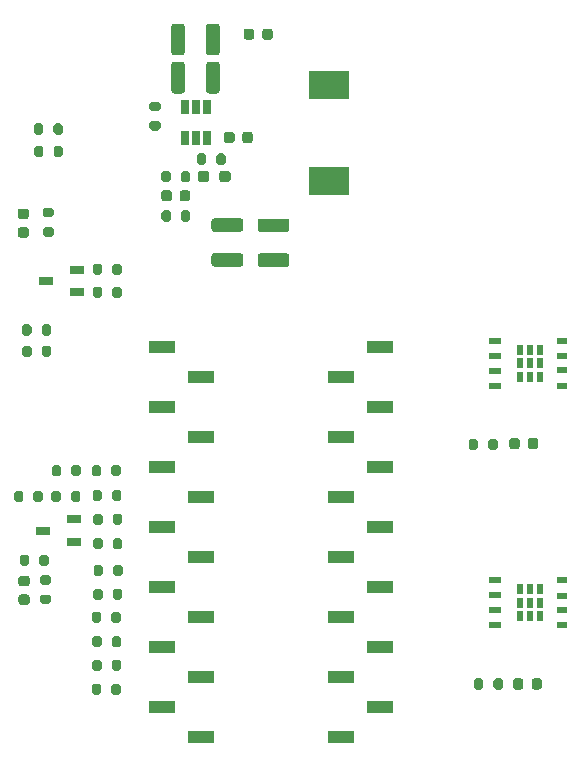
<source format=gbr>
%TF.GenerationSoftware,KiCad,Pcbnew,(5.1.9)-1*%
%TF.CreationDate,2022-03-20T14:43:19-04:00*%
%TF.ProjectId,4runner-seat-heat,3472756e-6e65-4722-9d73-6561742d6865,rev?*%
%TF.SameCoordinates,Original*%
%TF.FileFunction,Paste,Top*%
%TF.FilePolarity,Positive*%
%FSLAX46Y46*%
G04 Gerber Fmt 4.6, Leading zero omitted, Abs format (unit mm)*
G04 Created by KiCad (PCBNEW (5.1.9)-1) date 2022-03-20 14:43:19*
%MOMM*%
%LPD*%
G01*
G04 APERTURE LIST*
%ADD10R,2.286000X1.016000*%
%ADD11R,0.650000X1.220000*%
%ADD12R,0.600000X0.900000*%
%ADD13R,0.900000X0.600000*%
%ADD14R,1.050000X0.600000*%
%ADD15R,1.220000X0.650000*%
%ADD16R,3.400000X2.400000*%
G04 APERTURE END LIST*
%TO.C,R24*%
G36*
G01*
X10875000Y-43525000D02*
X10875000Y-44075000D01*
G75*
G02*
X10675000Y-44275000I-200000J0D01*
G01*
X10275000Y-44275000D01*
G75*
G02*
X10075000Y-44075000I0J200000D01*
G01*
X10075000Y-43525000D01*
G75*
G02*
X10275000Y-43325000I200000J0D01*
G01*
X10675000Y-43325000D01*
G75*
G02*
X10875000Y-43525000I0J-200000D01*
G01*
G37*
G36*
G01*
X12525000Y-43525000D02*
X12525000Y-44075000D01*
G75*
G02*
X12325000Y-44275000I-200000J0D01*
G01*
X11925000Y-44275000D01*
G75*
G02*
X11725000Y-44075000I0J200000D01*
G01*
X11725000Y-43525000D01*
G75*
G02*
X11925000Y-43325000I200000J0D01*
G01*
X12325000Y-43325000D01*
G75*
G02*
X12525000Y-43525000I0J-200000D01*
G01*
G37*
%TD*%
%TO.C,R23*%
G36*
G01*
X12225000Y-49475000D02*
X12225000Y-48925000D01*
G75*
G02*
X12425000Y-48725000I200000J0D01*
G01*
X12825000Y-48725000D01*
G75*
G02*
X13025000Y-48925000I0J-200000D01*
G01*
X13025000Y-49475000D01*
G75*
G02*
X12825000Y-49675000I-200000J0D01*
G01*
X12425000Y-49675000D01*
G75*
G02*
X12225000Y-49475000I0J200000D01*
G01*
G37*
G36*
G01*
X10575000Y-49475000D02*
X10575000Y-48925000D01*
G75*
G02*
X10775000Y-48725000I200000J0D01*
G01*
X11175000Y-48725000D01*
G75*
G02*
X11375000Y-48925000I0J-200000D01*
G01*
X11375000Y-49475000D01*
G75*
G02*
X11175000Y-49675000I-200000J0D01*
G01*
X10775000Y-49675000D01*
G75*
G02*
X10575000Y-49475000I0J200000D01*
G01*
G37*
%TD*%
%TO.C,R22*%
G36*
G01*
X11575000Y-31225000D02*
X11575000Y-31775000D01*
G75*
G02*
X11375000Y-31975000I-200000J0D01*
G01*
X10975000Y-31975000D01*
G75*
G02*
X10775000Y-31775000I0J200000D01*
G01*
X10775000Y-31225000D01*
G75*
G02*
X10975000Y-31025000I200000J0D01*
G01*
X11375000Y-31025000D01*
G75*
G02*
X11575000Y-31225000I0J-200000D01*
G01*
G37*
G36*
G01*
X13225000Y-31225000D02*
X13225000Y-31775000D01*
G75*
G02*
X13025000Y-31975000I-200000J0D01*
G01*
X12625000Y-31975000D01*
G75*
G02*
X12425000Y-31775000I0J200000D01*
G01*
X12425000Y-31225000D01*
G75*
G02*
X12625000Y-31025000I200000J0D01*
G01*
X13025000Y-31025000D01*
G75*
G02*
X13225000Y-31225000I0J-200000D01*
G01*
G37*
%TD*%
%TO.C,R21*%
G36*
G01*
X12425000Y-29975000D02*
X12425000Y-29425000D01*
G75*
G02*
X12625000Y-29225000I200000J0D01*
G01*
X13025000Y-29225000D01*
G75*
G02*
X13225000Y-29425000I0J-200000D01*
G01*
X13225000Y-29975000D01*
G75*
G02*
X13025000Y-30175000I-200000J0D01*
G01*
X12625000Y-30175000D01*
G75*
G02*
X12425000Y-29975000I0J200000D01*
G01*
G37*
G36*
G01*
X10775000Y-29975000D02*
X10775000Y-29425000D01*
G75*
G02*
X10975000Y-29225000I200000J0D01*
G01*
X11375000Y-29225000D01*
G75*
G02*
X11575000Y-29425000I0J-200000D01*
G01*
X11575000Y-29975000D01*
G75*
G02*
X11375000Y-30175000I-200000J0D01*
G01*
X10975000Y-30175000D01*
G75*
G02*
X10775000Y-29975000I0J200000D01*
G01*
G37*
%TD*%
D10*
%TO.C,U2*%
X41088900Y-31105000D03*
X37788900Y-33655000D03*
X37788900Y-53975000D03*
X41088900Y-36185000D03*
X37788900Y-64135000D03*
X37788900Y-48895000D03*
X41088900Y-61585000D03*
X41088900Y-51425000D03*
X41088900Y-41265000D03*
X37788900Y-38735000D03*
X37788900Y-43815000D03*
X37788900Y-59055000D03*
X41088900Y-46345000D03*
X41088900Y-56505000D03*
X25888900Y-33665000D03*
X25888900Y-38745000D03*
X25888900Y-43825000D03*
X25888900Y-48905000D03*
X25888900Y-53985000D03*
X25888900Y-59065000D03*
X22588900Y-31135000D03*
X22588900Y-36215000D03*
X22588900Y-41295000D03*
X22588900Y-46375000D03*
X22588900Y-51455000D03*
X22588900Y-56535000D03*
X22588900Y-61615000D03*
X25888900Y-64145000D03*
%TD*%
%TO.C,C7*%
G36*
G01*
X28758000Y-13148500D02*
X28758000Y-13648500D01*
G75*
G02*
X28533000Y-13873500I-225000J0D01*
G01*
X28083000Y-13873500D01*
G75*
G02*
X27858000Y-13648500I0J225000D01*
G01*
X27858000Y-13148500D01*
G75*
G02*
X28083000Y-12923500I225000J0D01*
G01*
X28533000Y-12923500D01*
G75*
G02*
X28758000Y-13148500I0J-225000D01*
G01*
G37*
G36*
G01*
X30308000Y-13148500D02*
X30308000Y-13648500D01*
G75*
G02*
X30083000Y-13873500I-225000J0D01*
G01*
X29633000Y-13873500D01*
G75*
G02*
X29408000Y-13648500I0J225000D01*
G01*
X29408000Y-13148500D01*
G75*
G02*
X29633000Y-12923500I225000J0D01*
G01*
X30083000Y-12923500D01*
G75*
G02*
X30308000Y-13148500I0J-225000D01*
G01*
G37*
%TD*%
%TO.C,C8*%
G36*
G01*
X33154801Y-24363900D02*
X30954799Y-24363900D01*
G75*
G02*
X30704800Y-24113901I0J249999D01*
G01*
X30704800Y-23463899D01*
G75*
G02*
X30954799Y-23213900I249999J0D01*
G01*
X33154801Y-23213900D01*
G75*
G02*
X33404800Y-23463899I0J-249999D01*
G01*
X33404800Y-24113901D01*
G75*
G02*
X33154801Y-24363900I-249999J0D01*
G01*
G37*
G36*
G01*
X33154801Y-21413900D02*
X30954799Y-21413900D01*
G75*
G02*
X30704800Y-21163901I0J249999D01*
G01*
X30704800Y-20513899D01*
G75*
G02*
X30954799Y-20263900I249999J0D01*
G01*
X33154801Y-20263900D01*
G75*
G02*
X33404800Y-20513899I0J-249999D01*
G01*
X33404800Y-21163901D01*
G75*
G02*
X33154801Y-21413900I-249999J0D01*
G01*
G37*
%TD*%
%TO.C,C9*%
G36*
G01*
X29243201Y-21388500D02*
X27043199Y-21388500D01*
G75*
G02*
X26793200Y-21138501I0J249999D01*
G01*
X26793200Y-20488499D01*
G75*
G02*
X27043199Y-20238500I249999J0D01*
G01*
X29243201Y-20238500D01*
G75*
G02*
X29493200Y-20488499I0J-249999D01*
G01*
X29493200Y-21138501D01*
G75*
G02*
X29243201Y-21388500I-249999J0D01*
G01*
G37*
G36*
G01*
X29243201Y-24338500D02*
X27043199Y-24338500D01*
G75*
G02*
X26793200Y-24088501I0J249999D01*
G01*
X26793200Y-23438499D01*
G75*
G02*
X27043199Y-23188500I249999J0D01*
G01*
X29243201Y-23188500D01*
G75*
G02*
X29493200Y-23438499I0J-249999D01*
G01*
X29493200Y-24088501D01*
G75*
G02*
X29243201Y-24338500I-249999J0D01*
G01*
G37*
%TD*%
%TO.C,C10*%
G36*
G01*
X23400800Y-9431201D02*
X23400800Y-7231199D01*
G75*
G02*
X23650799Y-6981200I249999J0D01*
G01*
X24300801Y-6981200D01*
G75*
G02*
X24550800Y-7231199I0J-249999D01*
G01*
X24550800Y-9431201D01*
G75*
G02*
X24300801Y-9681200I-249999J0D01*
G01*
X23650799Y-9681200D01*
G75*
G02*
X23400800Y-9431201I0J249999D01*
G01*
G37*
G36*
G01*
X26350800Y-9431201D02*
X26350800Y-7231199D01*
G75*
G02*
X26600799Y-6981200I249999J0D01*
G01*
X27250801Y-6981200D01*
G75*
G02*
X27500800Y-7231199I0J-249999D01*
G01*
X27500800Y-9431201D01*
G75*
G02*
X27250801Y-9681200I-249999J0D01*
G01*
X26600799Y-9681200D01*
G75*
G02*
X26350800Y-9431201I0J249999D01*
G01*
G37*
%TD*%
%TO.C,C6*%
G36*
G01*
X26338100Y-6205401D02*
X26338100Y-4005399D01*
G75*
G02*
X26588099Y-3755400I249999J0D01*
G01*
X27238101Y-3755400D01*
G75*
G02*
X27488100Y-4005399I0J-249999D01*
G01*
X27488100Y-6205401D01*
G75*
G02*
X27238101Y-6455400I-249999J0D01*
G01*
X26588099Y-6455400D01*
G75*
G02*
X26338100Y-6205401I0J249999D01*
G01*
G37*
G36*
G01*
X23388100Y-6205401D02*
X23388100Y-4005399D01*
G75*
G02*
X23638099Y-3755400I249999J0D01*
G01*
X24288101Y-3755400D01*
G75*
G02*
X24538100Y-4005399I0J-249999D01*
G01*
X24538100Y-6205401D01*
G75*
G02*
X24288101Y-6455400I-249999J0D01*
G01*
X23638099Y-6455400D01*
G75*
G02*
X23388100Y-6205401I0J249999D01*
G01*
G37*
%TD*%
%TO.C,C12*%
G36*
G01*
X24999400Y-18088800D02*
X24999400Y-18588800D01*
G75*
G02*
X24774400Y-18813800I-225000J0D01*
G01*
X24324400Y-18813800D01*
G75*
G02*
X24099400Y-18588800I0J225000D01*
G01*
X24099400Y-18088800D01*
G75*
G02*
X24324400Y-17863800I225000J0D01*
G01*
X24774400Y-17863800D01*
G75*
G02*
X24999400Y-18088800I0J-225000D01*
G01*
G37*
G36*
G01*
X23449400Y-18088800D02*
X23449400Y-18588800D01*
G75*
G02*
X23224400Y-18813800I-225000J0D01*
G01*
X22774400Y-18813800D01*
G75*
G02*
X22549400Y-18588800I0J225000D01*
G01*
X22549400Y-18088800D01*
G75*
G02*
X22774400Y-17863800I225000J0D01*
G01*
X23224400Y-17863800D01*
G75*
G02*
X23449400Y-18088800I0J-225000D01*
G01*
G37*
%TD*%
%TO.C,F2*%
G36*
G01*
X29534400Y-4904450D02*
X29534400Y-4391950D01*
G75*
G02*
X29753150Y-4173200I218750J0D01*
G01*
X30190650Y-4173200D01*
G75*
G02*
X30409400Y-4391950I0J-218750D01*
G01*
X30409400Y-4904450D01*
G75*
G02*
X30190650Y-5123200I-218750J0D01*
G01*
X29753150Y-5123200D01*
G75*
G02*
X29534400Y-4904450I0J218750D01*
G01*
G37*
G36*
G01*
X31109400Y-4904450D02*
X31109400Y-4391950D01*
G75*
G02*
X31328150Y-4173200I218750J0D01*
G01*
X31765650Y-4173200D01*
G75*
G02*
X31984400Y-4391950I0J-218750D01*
G01*
X31984400Y-4904450D01*
G75*
G02*
X31765650Y-5123200I-218750J0D01*
G01*
X31328150Y-5123200D01*
G75*
G02*
X31109400Y-4904450I0J218750D01*
G01*
G37*
%TD*%
%TO.C,R1*%
G36*
G01*
X17507400Y-57802100D02*
X17507400Y-58352100D01*
G75*
G02*
X17307400Y-58552100I-200000J0D01*
G01*
X16907400Y-58552100D01*
G75*
G02*
X16707400Y-58352100I0J200000D01*
G01*
X16707400Y-57802100D01*
G75*
G02*
X16907400Y-57602100I200000J0D01*
G01*
X17307400Y-57602100D01*
G75*
G02*
X17507400Y-57802100I0J-200000D01*
G01*
G37*
G36*
G01*
X19157400Y-57802100D02*
X19157400Y-58352100D01*
G75*
G02*
X18957400Y-58552100I-200000J0D01*
G01*
X18557400Y-58552100D01*
G75*
G02*
X18357400Y-58352100I0J200000D01*
G01*
X18357400Y-57802100D01*
G75*
G02*
X18557400Y-57602100I200000J0D01*
G01*
X18957400Y-57602100D01*
G75*
G02*
X19157400Y-57802100I0J-200000D01*
G01*
G37*
%TD*%
%TO.C,R3*%
G36*
G01*
X51478900Y-59389600D02*
X51478900Y-59939600D01*
G75*
G02*
X51278900Y-60139600I-200000J0D01*
G01*
X50878900Y-60139600D01*
G75*
G02*
X50678900Y-59939600I0J200000D01*
G01*
X50678900Y-59389600D01*
G75*
G02*
X50878900Y-59189600I200000J0D01*
G01*
X51278900Y-59189600D01*
G75*
G02*
X51478900Y-59389600I0J-200000D01*
G01*
G37*
G36*
G01*
X49828900Y-59389600D02*
X49828900Y-59939600D01*
G75*
G02*
X49628900Y-60139600I-200000J0D01*
G01*
X49228900Y-60139600D01*
G75*
G02*
X49028900Y-59939600I0J200000D01*
G01*
X49028900Y-59389600D01*
G75*
G02*
X49228900Y-59189600I200000J0D01*
G01*
X49628900Y-59189600D01*
G75*
G02*
X49828900Y-59389600I0J-200000D01*
G01*
G37*
%TD*%
%TO.C,R2*%
G36*
G01*
X18332000Y-60384100D02*
X18332000Y-59834100D01*
G75*
G02*
X18532000Y-59634100I200000J0D01*
G01*
X18932000Y-59634100D01*
G75*
G02*
X19132000Y-59834100I0J-200000D01*
G01*
X19132000Y-60384100D01*
G75*
G02*
X18932000Y-60584100I-200000J0D01*
G01*
X18532000Y-60584100D01*
G75*
G02*
X18332000Y-60384100I0J200000D01*
G01*
G37*
G36*
G01*
X16682000Y-60384100D02*
X16682000Y-59834100D01*
G75*
G02*
X16882000Y-59634100I200000J0D01*
G01*
X17282000Y-59634100D01*
G75*
G02*
X17482000Y-59834100I0J-200000D01*
G01*
X17482000Y-60384100D01*
G75*
G02*
X17282000Y-60584100I-200000J0D01*
G01*
X16882000Y-60584100D01*
G75*
G02*
X16682000Y-60384100I0J200000D01*
G01*
G37*
%TD*%
%TO.C,R9*%
G36*
G01*
X14229800Y-14317300D02*
X14229800Y-14867300D01*
G75*
G02*
X14029800Y-15067300I-200000J0D01*
G01*
X13629800Y-15067300D01*
G75*
G02*
X13429800Y-14867300I0J200000D01*
G01*
X13429800Y-14317300D01*
G75*
G02*
X13629800Y-14117300I200000J0D01*
G01*
X14029800Y-14117300D01*
G75*
G02*
X14229800Y-14317300I0J-200000D01*
G01*
G37*
G36*
G01*
X12579800Y-14317300D02*
X12579800Y-14867300D01*
G75*
G02*
X12379800Y-15067300I-200000J0D01*
G01*
X11979800Y-15067300D01*
G75*
G02*
X11779800Y-14867300I0J200000D01*
G01*
X11779800Y-14317300D01*
G75*
G02*
X11979800Y-14117300I200000J0D01*
G01*
X12379800Y-14117300D01*
G75*
G02*
X12579800Y-14317300I0J-200000D01*
G01*
G37*
%TD*%
%TO.C,R12*%
G36*
G01*
X12567100Y-12412300D02*
X12567100Y-12962300D01*
G75*
G02*
X12367100Y-13162300I-200000J0D01*
G01*
X11967100Y-13162300D01*
G75*
G02*
X11767100Y-12962300I0J200000D01*
G01*
X11767100Y-12412300D01*
G75*
G02*
X11967100Y-12212300I200000J0D01*
G01*
X12367100Y-12212300D01*
G75*
G02*
X12567100Y-12412300I0J-200000D01*
G01*
G37*
G36*
G01*
X14217100Y-12412300D02*
X14217100Y-12962300D01*
G75*
G02*
X14017100Y-13162300I-200000J0D01*
G01*
X13617100Y-13162300D01*
G75*
G02*
X13417100Y-12962300I0J200000D01*
G01*
X13417100Y-12412300D01*
G75*
G02*
X13617100Y-12212300I200000J0D01*
G01*
X14017100Y-12212300D01*
G75*
G02*
X14217100Y-12412300I0J-200000D01*
G01*
G37*
%TD*%
%TO.C,R4*%
G36*
G01*
X16796300Y-52345000D02*
X16796300Y-51795000D01*
G75*
G02*
X16996300Y-51595000I200000J0D01*
G01*
X17396300Y-51595000D01*
G75*
G02*
X17596300Y-51795000I0J-200000D01*
G01*
X17596300Y-52345000D01*
G75*
G02*
X17396300Y-52545000I-200000J0D01*
G01*
X16996300Y-52545000D01*
G75*
G02*
X16796300Y-52345000I0J200000D01*
G01*
G37*
G36*
G01*
X18446300Y-52345000D02*
X18446300Y-51795000D01*
G75*
G02*
X18646300Y-51595000I200000J0D01*
G01*
X19046300Y-51595000D01*
G75*
G02*
X19246300Y-51795000I0J-200000D01*
G01*
X19246300Y-52345000D01*
G75*
G02*
X19046300Y-52545000I-200000J0D01*
G01*
X18646300Y-52545000D01*
G75*
G02*
X18446300Y-52345000I0J200000D01*
G01*
G37*
%TD*%
%TO.C,R7*%
G36*
G01*
X49371700Y-39107700D02*
X49371700Y-39657700D01*
G75*
G02*
X49171700Y-39857700I-200000J0D01*
G01*
X48771700Y-39857700D01*
G75*
G02*
X48571700Y-39657700I0J200000D01*
G01*
X48571700Y-39107700D01*
G75*
G02*
X48771700Y-38907700I200000J0D01*
G01*
X49171700Y-38907700D01*
G75*
G02*
X49371700Y-39107700I0J-200000D01*
G01*
G37*
G36*
G01*
X51021700Y-39107700D02*
X51021700Y-39657700D01*
G75*
G02*
X50821700Y-39857700I-200000J0D01*
G01*
X50421700Y-39857700D01*
G75*
G02*
X50221700Y-39657700I0J200000D01*
G01*
X50221700Y-39107700D01*
G75*
G02*
X50421700Y-38907700I200000J0D01*
G01*
X50821700Y-38907700D01*
G75*
G02*
X51021700Y-39107700I0J-200000D01*
G01*
G37*
%TD*%
%TO.C,R5*%
G36*
G01*
X16821700Y-50325700D02*
X16821700Y-49775700D01*
G75*
G02*
X17021700Y-49575700I200000J0D01*
G01*
X17421700Y-49575700D01*
G75*
G02*
X17621700Y-49775700I0J-200000D01*
G01*
X17621700Y-50325700D01*
G75*
G02*
X17421700Y-50525700I-200000J0D01*
G01*
X17021700Y-50525700D01*
G75*
G02*
X16821700Y-50325700I0J200000D01*
G01*
G37*
G36*
G01*
X18471700Y-50325700D02*
X18471700Y-49775700D01*
G75*
G02*
X18671700Y-49575700I200000J0D01*
G01*
X19071700Y-49575700D01*
G75*
G02*
X19271700Y-49775700I0J-200000D01*
G01*
X19271700Y-50325700D01*
G75*
G02*
X19071700Y-50525700I-200000J0D01*
G01*
X18671700Y-50525700D01*
G75*
G02*
X18471700Y-50325700I0J200000D01*
G01*
G37*
%TD*%
%TO.C,R6*%
G36*
G01*
X14078400Y-41342900D02*
X14078400Y-41892900D01*
G75*
G02*
X13878400Y-42092900I-200000J0D01*
G01*
X13478400Y-42092900D01*
G75*
G02*
X13278400Y-41892900I0J200000D01*
G01*
X13278400Y-41342900D01*
G75*
G02*
X13478400Y-41142900I200000J0D01*
G01*
X13878400Y-41142900D01*
G75*
G02*
X14078400Y-41342900I0J-200000D01*
G01*
G37*
G36*
G01*
X15728400Y-41342900D02*
X15728400Y-41892900D01*
G75*
G02*
X15528400Y-42092900I-200000J0D01*
G01*
X15128400Y-42092900D01*
G75*
G02*
X14928400Y-41892900I0J200000D01*
G01*
X14928400Y-41342900D01*
G75*
G02*
X15128400Y-41142900I200000J0D01*
G01*
X15528400Y-41142900D01*
G75*
G02*
X15728400Y-41342900I0J-200000D01*
G01*
G37*
%TD*%
%TO.C,R8*%
G36*
G01*
X15703000Y-43514600D02*
X15703000Y-44064600D01*
G75*
G02*
X15503000Y-44264600I-200000J0D01*
G01*
X15103000Y-44264600D01*
G75*
G02*
X14903000Y-44064600I0J200000D01*
G01*
X14903000Y-43514600D01*
G75*
G02*
X15103000Y-43314600I200000J0D01*
G01*
X15503000Y-43314600D01*
G75*
G02*
X15703000Y-43514600I0J-200000D01*
G01*
G37*
G36*
G01*
X14053000Y-43514600D02*
X14053000Y-44064600D01*
G75*
G02*
X13853000Y-44264600I-200000J0D01*
G01*
X13453000Y-44264600D01*
G75*
G02*
X13253000Y-44064600I0J200000D01*
G01*
X13253000Y-43514600D01*
G75*
G02*
X13453000Y-43314600I200000J0D01*
G01*
X13853000Y-43314600D01*
G75*
G02*
X14053000Y-43514600I0J-200000D01*
G01*
G37*
%TD*%
%TO.C,R11*%
G36*
G01*
X16745500Y-26779900D02*
X16745500Y-26229900D01*
G75*
G02*
X16945500Y-26029900I200000J0D01*
G01*
X17345500Y-26029900D01*
G75*
G02*
X17545500Y-26229900I0J-200000D01*
G01*
X17545500Y-26779900D01*
G75*
G02*
X17345500Y-26979900I-200000J0D01*
G01*
X16945500Y-26979900D01*
G75*
G02*
X16745500Y-26779900I0J200000D01*
G01*
G37*
G36*
G01*
X18395500Y-26779900D02*
X18395500Y-26229900D01*
G75*
G02*
X18595500Y-26029900I200000J0D01*
G01*
X18995500Y-26029900D01*
G75*
G02*
X19195500Y-26229900I0J-200000D01*
G01*
X19195500Y-26779900D01*
G75*
G02*
X18995500Y-26979900I-200000J0D01*
G01*
X18595500Y-26979900D01*
G75*
G02*
X18395500Y-26779900I0J200000D01*
G01*
G37*
%TD*%
%TO.C,R10*%
G36*
G01*
X18446300Y-48065100D02*
X18446300Y-47515100D01*
G75*
G02*
X18646300Y-47315100I200000J0D01*
G01*
X19046300Y-47315100D01*
G75*
G02*
X19246300Y-47515100I0J-200000D01*
G01*
X19246300Y-48065100D01*
G75*
G02*
X19046300Y-48265100I-200000J0D01*
G01*
X18646300Y-48265100D01*
G75*
G02*
X18446300Y-48065100I0J200000D01*
G01*
G37*
G36*
G01*
X16796300Y-48065100D02*
X16796300Y-47515100D01*
G75*
G02*
X16996300Y-47315100I200000J0D01*
G01*
X17396300Y-47315100D01*
G75*
G02*
X17596300Y-47515100I0J-200000D01*
G01*
X17596300Y-48065100D01*
G75*
G02*
X17396300Y-48265100I-200000J0D01*
G01*
X16996300Y-48265100D01*
G75*
G02*
X16796300Y-48065100I0J200000D01*
G01*
G37*
%TD*%
%TO.C,R16*%
G36*
G01*
X12717100Y-19349000D02*
X13267100Y-19349000D01*
G75*
G02*
X13467100Y-19549000I0J-200000D01*
G01*
X13467100Y-19949000D01*
G75*
G02*
X13267100Y-20149000I-200000J0D01*
G01*
X12717100Y-20149000D01*
G75*
G02*
X12517100Y-19949000I0J200000D01*
G01*
X12517100Y-19549000D01*
G75*
G02*
X12717100Y-19349000I200000J0D01*
G01*
G37*
G36*
G01*
X12717100Y-20999000D02*
X13267100Y-20999000D01*
G75*
G02*
X13467100Y-21199000I0J-200000D01*
G01*
X13467100Y-21599000D01*
G75*
G02*
X13267100Y-21799000I-200000J0D01*
G01*
X12717100Y-21799000D01*
G75*
G02*
X12517100Y-21599000I0J200000D01*
G01*
X12517100Y-21199000D01*
G75*
G02*
X12717100Y-20999000I200000J0D01*
G01*
G37*
%TD*%
%TO.C,R15*%
G36*
G01*
X12475800Y-52101300D02*
X13025800Y-52101300D01*
G75*
G02*
X13225800Y-52301300I0J-200000D01*
G01*
X13225800Y-52701300D01*
G75*
G02*
X13025800Y-52901300I-200000J0D01*
G01*
X12475800Y-52901300D01*
G75*
G02*
X12275800Y-52701300I0J200000D01*
G01*
X12275800Y-52301300D01*
G75*
G02*
X12475800Y-52101300I200000J0D01*
G01*
G37*
G36*
G01*
X12475800Y-50451300D02*
X13025800Y-50451300D01*
G75*
G02*
X13225800Y-50651300I0J-200000D01*
G01*
X13225800Y-51051300D01*
G75*
G02*
X13025800Y-51251300I-200000J0D01*
G01*
X12475800Y-51251300D01*
G75*
G02*
X12275800Y-51051300I0J200000D01*
G01*
X12275800Y-50651300D01*
G75*
G02*
X12475800Y-50451300I200000J0D01*
G01*
G37*
%TD*%
%TO.C,R14*%
G36*
G01*
X17545500Y-24286800D02*
X17545500Y-24836800D01*
G75*
G02*
X17345500Y-25036800I-200000J0D01*
G01*
X16945500Y-25036800D01*
G75*
G02*
X16745500Y-24836800I0J200000D01*
G01*
X16745500Y-24286800D01*
G75*
G02*
X16945500Y-24086800I200000J0D01*
G01*
X17345500Y-24086800D01*
G75*
G02*
X17545500Y-24286800I0J-200000D01*
G01*
G37*
G36*
G01*
X19195500Y-24286800D02*
X19195500Y-24836800D01*
G75*
G02*
X18995500Y-25036800I-200000J0D01*
G01*
X18595500Y-25036800D01*
G75*
G02*
X18395500Y-24836800I0J200000D01*
G01*
X18395500Y-24286800D01*
G75*
G02*
X18595500Y-24086800I200000J0D01*
G01*
X18995500Y-24086800D01*
G75*
G02*
X19195500Y-24286800I0J-200000D01*
G01*
G37*
%TD*%
%TO.C,R13*%
G36*
G01*
X17609000Y-45445000D02*
X17609000Y-45995000D01*
G75*
G02*
X17409000Y-46195000I-200000J0D01*
G01*
X17009000Y-46195000D01*
G75*
G02*
X16809000Y-45995000I0J200000D01*
G01*
X16809000Y-45445000D01*
G75*
G02*
X17009000Y-45245000I200000J0D01*
G01*
X17409000Y-45245000D01*
G75*
G02*
X17609000Y-45445000I0J-200000D01*
G01*
G37*
G36*
G01*
X19259000Y-45445000D02*
X19259000Y-45995000D01*
G75*
G02*
X19059000Y-46195000I-200000J0D01*
G01*
X18659000Y-46195000D01*
G75*
G02*
X18459000Y-45995000I0J200000D01*
G01*
X18459000Y-45445000D01*
G75*
G02*
X18659000Y-45245000I200000J0D01*
G01*
X19059000Y-45245000D01*
G75*
G02*
X19259000Y-45445000I0J-200000D01*
G01*
G37*
%TD*%
%TO.C,R34*%
G36*
G01*
X25012100Y-19765600D02*
X25012100Y-20315600D01*
G75*
G02*
X24812100Y-20515600I-200000J0D01*
G01*
X24412100Y-20515600D01*
G75*
G02*
X24212100Y-20315600I0J200000D01*
G01*
X24212100Y-19765600D01*
G75*
G02*
X24412100Y-19565600I200000J0D01*
G01*
X24812100Y-19565600D01*
G75*
G02*
X25012100Y-19765600I0J-200000D01*
G01*
G37*
G36*
G01*
X23362100Y-19765600D02*
X23362100Y-20315600D01*
G75*
G02*
X23162100Y-20515600I-200000J0D01*
G01*
X22762100Y-20515600D01*
G75*
G02*
X22562100Y-20315600I0J200000D01*
G01*
X22562100Y-19765600D01*
G75*
G02*
X22762100Y-19565600I200000J0D01*
G01*
X23162100Y-19565600D01*
G75*
G02*
X23362100Y-19765600I0J-200000D01*
G01*
G37*
%TD*%
%TO.C,R35*%
G36*
G01*
X21746800Y-10370100D02*
X22296800Y-10370100D01*
G75*
G02*
X22496800Y-10570100I0J-200000D01*
G01*
X22496800Y-10970100D01*
G75*
G02*
X22296800Y-11170100I-200000J0D01*
G01*
X21746800Y-11170100D01*
G75*
G02*
X21546800Y-10970100I0J200000D01*
G01*
X21546800Y-10570100D01*
G75*
G02*
X21746800Y-10370100I200000J0D01*
G01*
G37*
G36*
G01*
X21746800Y-12020100D02*
X22296800Y-12020100D01*
G75*
G02*
X22496800Y-12220100I0J-200000D01*
G01*
X22496800Y-12620100D01*
G75*
G02*
X22296800Y-12820100I-200000J0D01*
G01*
X21746800Y-12820100D01*
G75*
G02*
X21546800Y-12620100I0J200000D01*
G01*
X21546800Y-12220100D01*
G75*
G02*
X21746800Y-12020100I200000J0D01*
G01*
G37*
%TD*%
%TO.C,R36*%
G36*
G01*
X24199400Y-16988200D02*
X24199400Y-16438200D01*
G75*
G02*
X24399400Y-16238200I200000J0D01*
G01*
X24799400Y-16238200D01*
G75*
G02*
X24999400Y-16438200I0J-200000D01*
G01*
X24999400Y-16988200D01*
G75*
G02*
X24799400Y-17188200I-200000J0D01*
G01*
X24399400Y-17188200D01*
G75*
G02*
X24199400Y-16988200I0J200000D01*
G01*
G37*
G36*
G01*
X22549400Y-16988200D02*
X22549400Y-16438200D01*
G75*
G02*
X22749400Y-16238200I200000J0D01*
G01*
X23149400Y-16238200D01*
G75*
G02*
X23349400Y-16438200I0J-200000D01*
G01*
X23349400Y-16988200D01*
G75*
G02*
X23149400Y-17188200I-200000J0D01*
G01*
X22749400Y-17188200D01*
G75*
G02*
X22549400Y-16988200I0J200000D01*
G01*
G37*
%TD*%
%TO.C,R37*%
G36*
G01*
X27209300Y-15502300D02*
X27209300Y-14952300D01*
G75*
G02*
X27409300Y-14752300I200000J0D01*
G01*
X27809300Y-14752300D01*
G75*
G02*
X28009300Y-14952300I0J-200000D01*
G01*
X28009300Y-15502300D01*
G75*
G02*
X27809300Y-15702300I-200000J0D01*
G01*
X27409300Y-15702300D01*
G75*
G02*
X27209300Y-15502300I0J200000D01*
G01*
G37*
G36*
G01*
X25559300Y-15502300D02*
X25559300Y-14952300D01*
G75*
G02*
X25759300Y-14752300I200000J0D01*
G01*
X26159300Y-14752300D01*
G75*
G02*
X26359300Y-14952300I0J-200000D01*
G01*
X26359300Y-15502300D01*
G75*
G02*
X26159300Y-15702300I-200000J0D01*
G01*
X25759300Y-15702300D01*
G75*
G02*
X25559300Y-15502300I0J200000D01*
G01*
G37*
%TD*%
%TO.C,R38*%
G36*
G01*
X25625600Y-16938000D02*
X25625600Y-16463000D01*
G75*
G02*
X25863100Y-16225500I237500J0D01*
G01*
X26363100Y-16225500D01*
G75*
G02*
X26600600Y-16463000I0J-237500D01*
G01*
X26600600Y-16938000D01*
G75*
G02*
X26363100Y-17175500I-237500J0D01*
G01*
X25863100Y-17175500D01*
G75*
G02*
X25625600Y-16938000I0J237500D01*
G01*
G37*
G36*
G01*
X27450600Y-16938000D02*
X27450600Y-16463000D01*
G75*
G02*
X27688100Y-16225500I237500J0D01*
G01*
X28188100Y-16225500D01*
G75*
G02*
X28425600Y-16463000I0J-237500D01*
G01*
X28425600Y-16938000D01*
G75*
G02*
X28188100Y-17175500I-237500J0D01*
G01*
X27688100Y-17175500D01*
G75*
G02*
X27450600Y-16938000I0J237500D01*
G01*
G37*
%TD*%
%TO.C,R17*%
G36*
G01*
X19106600Y-53738100D02*
X19106600Y-54288100D01*
G75*
G02*
X18906600Y-54488100I-200000J0D01*
G01*
X18506600Y-54488100D01*
G75*
G02*
X18306600Y-54288100I0J200000D01*
G01*
X18306600Y-53738100D01*
G75*
G02*
X18506600Y-53538100I200000J0D01*
G01*
X18906600Y-53538100D01*
G75*
G02*
X19106600Y-53738100I0J-200000D01*
G01*
G37*
G36*
G01*
X17456600Y-53738100D02*
X17456600Y-54288100D01*
G75*
G02*
X17256600Y-54488100I-200000J0D01*
G01*
X16856600Y-54488100D01*
G75*
G02*
X16656600Y-54288100I0J200000D01*
G01*
X16656600Y-53738100D01*
G75*
G02*
X16856600Y-53538100I200000J0D01*
G01*
X17256600Y-53538100D01*
G75*
G02*
X17456600Y-53738100I0J-200000D01*
G01*
G37*
%TD*%
%TO.C,R19*%
G36*
G01*
X17482000Y-41342900D02*
X17482000Y-41892900D01*
G75*
G02*
X17282000Y-42092900I-200000J0D01*
G01*
X16882000Y-42092900D01*
G75*
G02*
X16682000Y-41892900I0J200000D01*
G01*
X16682000Y-41342900D01*
G75*
G02*
X16882000Y-41142900I200000J0D01*
G01*
X17282000Y-41142900D01*
G75*
G02*
X17482000Y-41342900I0J-200000D01*
G01*
G37*
G36*
G01*
X19132000Y-41342900D02*
X19132000Y-41892900D01*
G75*
G02*
X18932000Y-42092900I-200000J0D01*
G01*
X18532000Y-42092900D01*
G75*
G02*
X18332000Y-41892900I0J200000D01*
G01*
X18332000Y-41342900D01*
G75*
G02*
X18532000Y-41142900I200000J0D01*
G01*
X18932000Y-41142900D01*
G75*
G02*
X19132000Y-41342900I0J-200000D01*
G01*
G37*
%TD*%
%TO.C,R18*%
G36*
G01*
X19157400Y-55820900D02*
X19157400Y-56370900D01*
G75*
G02*
X18957400Y-56570900I-200000J0D01*
G01*
X18557400Y-56570900D01*
G75*
G02*
X18357400Y-56370900I0J200000D01*
G01*
X18357400Y-55820900D01*
G75*
G02*
X18557400Y-55620900I200000J0D01*
G01*
X18957400Y-55620900D01*
G75*
G02*
X19157400Y-55820900I0J-200000D01*
G01*
G37*
G36*
G01*
X17507400Y-55820900D02*
X17507400Y-56370900D01*
G75*
G02*
X17307400Y-56570900I-200000J0D01*
G01*
X16907400Y-56570900D01*
G75*
G02*
X16707400Y-56370900I0J200000D01*
G01*
X16707400Y-55820900D01*
G75*
G02*
X16907400Y-55620900I200000J0D01*
G01*
X17307400Y-55620900D01*
G75*
G02*
X17507400Y-55820900I0J-200000D01*
G01*
G37*
%TD*%
%TO.C,R20*%
G36*
G01*
X16732800Y-44001100D02*
X16732800Y-43451100D01*
G75*
G02*
X16932800Y-43251100I200000J0D01*
G01*
X17332800Y-43251100D01*
G75*
G02*
X17532800Y-43451100I0J-200000D01*
G01*
X17532800Y-44001100D01*
G75*
G02*
X17332800Y-44201100I-200000J0D01*
G01*
X16932800Y-44201100D01*
G75*
G02*
X16732800Y-44001100I0J200000D01*
G01*
G37*
G36*
G01*
X18382800Y-44001100D02*
X18382800Y-43451100D01*
G75*
G02*
X18582800Y-43251100I200000J0D01*
G01*
X18982800Y-43251100D01*
G75*
G02*
X19182800Y-43451100I0J-200000D01*
G01*
X19182800Y-44001100D01*
G75*
G02*
X18982800Y-44201100I-200000J0D01*
G01*
X18582800Y-44201100D01*
G75*
G02*
X18382800Y-44001100I0J200000D01*
G01*
G37*
%TD*%
D11*
%TO.C,U1*%
X25512800Y-10793100D03*
X26462800Y-10793100D03*
X26462800Y-13413100D03*
X24562800Y-10793100D03*
X25512800Y-13413100D03*
X24562800Y-13413100D03*
%TD*%
%TO.C,D1*%
G36*
G01*
X53205900Y-59408350D02*
X53205900Y-59920850D01*
G75*
G02*
X52987150Y-60139600I-218750J0D01*
G01*
X52549650Y-60139600D01*
G75*
G02*
X52330900Y-59920850I0J218750D01*
G01*
X52330900Y-59408350D01*
G75*
G02*
X52549650Y-59189600I218750J0D01*
G01*
X52987150Y-59189600D01*
G75*
G02*
X53205900Y-59408350I0J-218750D01*
G01*
G37*
G36*
G01*
X54780900Y-59408350D02*
X54780900Y-59920850D01*
G75*
G02*
X54562150Y-60139600I-218750J0D01*
G01*
X54124650Y-60139600D01*
G75*
G02*
X53905900Y-59920850I0J218750D01*
G01*
X53905900Y-59408350D01*
G75*
G02*
X54124650Y-59189600I218750J0D01*
G01*
X54562150Y-59189600D01*
G75*
G02*
X54780900Y-59408350I0J-218750D01*
G01*
G37*
%TD*%
%TO.C,D2*%
G36*
G01*
X54463400Y-39062950D02*
X54463400Y-39575450D01*
G75*
G02*
X54244650Y-39794200I-218750J0D01*
G01*
X53807150Y-39794200D01*
G75*
G02*
X53588400Y-39575450I0J218750D01*
G01*
X53588400Y-39062950D01*
G75*
G02*
X53807150Y-38844200I218750J0D01*
G01*
X54244650Y-38844200D01*
G75*
G02*
X54463400Y-39062950I0J-218750D01*
G01*
G37*
G36*
G01*
X52888400Y-39062950D02*
X52888400Y-39575450D01*
G75*
G02*
X52669650Y-39794200I-218750J0D01*
G01*
X52232150Y-39794200D01*
G75*
G02*
X52013400Y-39575450I0J218750D01*
G01*
X52013400Y-39062950D01*
G75*
G02*
X52232150Y-38844200I218750J0D01*
G01*
X52669650Y-38844200D01*
G75*
G02*
X52888400Y-39062950I0J-218750D01*
G01*
G37*
%TD*%
%TO.C,D3*%
G36*
G01*
X11127450Y-21875200D02*
X10614950Y-21875200D01*
G75*
G02*
X10396200Y-21656450I0J218750D01*
G01*
X10396200Y-21218950D01*
G75*
G02*
X10614950Y-21000200I218750J0D01*
G01*
X11127450Y-21000200D01*
G75*
G02*
X11346200Y-21218950I0J-218750D01*
G01*
X11346200Y-21656450D01*
G75*
G02*
X11127450Y-21875200I-218750J0D01*
G01*
G37*
G36*
G01*
X11127450Y-20300200D02*
X10614950Y-20300200D01*
G75*
G02*
X10396200Y-20081450I0J218750D01*
G01*
X10396200Y-19643950D01*
G75*
G02*
X10614950Y-19425200I218750J0D01*
G01*
X11127450Y-19425200D01*
G75*
G02*
X11346200Y-19643950I0J-218750D01*
G01*
X11346200Y-20081450D01*
G75*
G02*
X11127450Y-20300200I-218750J0D01*
G01*
G37*
%TD*%
%TO.C,D4*%
G36*
G01*
X11190950Y-51389800D02*
X10678450Y-51389800D01*
G75*
G02*
X10459700Y-51171050I0J218750D01*
G01*
X10459700Y-50733550D01*
G75*
G02*
X10678450Y-50514800I218750J0D01*
G01*
X11190950Y-50514800D01*
G75*
G02*
X11409700Y-50733550I0J-218750D01*
G01*
X11409700Y-51171050D01*
G75*
G02*
X11190950Y-51389800I-218750J0D01*
G01*
G37*
G36*
G01*
X11190950Y-52964800D02*
X10678450Y-52964800D01*
G75*
G02*
X10459700Y-52746050I0J218750D01*
G01*
X10459700Y-52308550D01*
G75*
G02*
X10678450Y-52089800I218750J0D01*
G01*
X11190950Y-52089800D01*
G75*
G02*
X11409700Y-52308550I0J-218750D01*
G01*
X11409700Y-52746050D01*
G75*
G02*
X11190950Y-52964800I-218750J0D01*
G01*
G37*
%TD*%
D12*
%TO.C,Q1*%
X52943300Y-52785000D03*
X54643300Y-52785000D03*
X52943300Y-53935000D03*
X54643300Y-53935000D03*
X53793300Y-53935000D03*
X54643300Y-51635000D03*
X52943300Y-51635000D03*
X53793300Y-51635000D03*
D13*
X56493300Y-50905000D03*
X56493300Y-53385000D03*
X56493300Y-54665000D03*
D14*
X50773300Y-52145000D03*
X50773300Y-54695000D03*
D13*
X56493300Y-52185000D03*
D14*
X50773300Y-50875000D03*
D12*
X53793300Y-52785000D03*
D14*
X50773300Y-53425000D03*
%TD*%
%TO.C,Q2*%
X50773300Y-33164700D03*
D12*
X53793300Y-32524700D03*
D14*
X50773300Y-30614700D03*
D13*
X56493300Y-31924700D03*
D14*
X50773300Y-34434700D03*
X50773300Y-31884700D03*
D13*
X56493300Y-34404700D03*
X56493300Y-33124700D03*
X56493300Y-30644700D03*
D12*
X53793300Y-31374700D03*
X52943300Y-31374700D03*
X54643300Y-31374700D03*
X53793300Y-33674700D03*
X54643300Y-33674700D03*
X52943300Y-33674700D03*
X54643300Y-32524700D03*
X52943300Y-32524700D03*
%TD*%
D15*
%TO.C,Q4*%
X15419700Y-24615100D03*
X15419700Y-26515100D03*
X12799700Y-25565100D03*
%TD*%
%TO.C,Q3*%
X12558400Y-46685200D03*
X15178400Y-47635200D03*
X15178400Y-45735200D03*
%TD*%
D16*
%TO.C,L1*%
X36791900Y-8917500D03*
X36791900Y-17117500D03*
%TD*%
M02*

</source>
